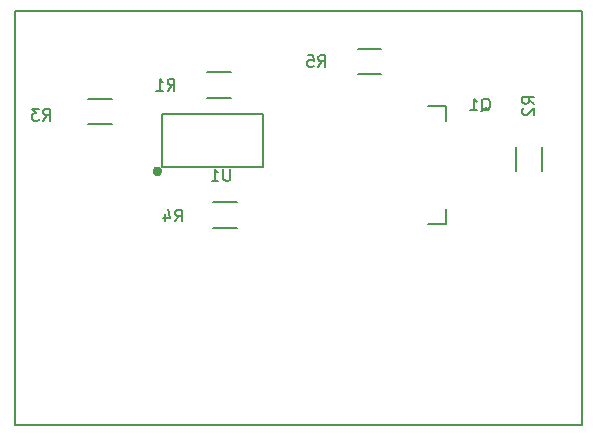
<source format=gbr>
G04 #@! TF.FileFunction,Legend,Bot*
%FSLAX46Y46*%
G04 Gerber Fmt 4.6, Leading zero omitted, Abs format (unit mm)*
G04 Created by KiCad (PCBNEW 4.0.6) date 05/13/17 18:14:43*
%MOMM*%
%LPD*%
G01*
G04 APERTURE LIST*
%ADD10C,0.100000*%
%ADD11C,0.150000*%
%ADD12C,0.300000*%
G04 APERTURE END LIST*
D10*
D11*
X115000000Y-104000000D02*
X115000000Y-139000000D01*
X67000000Y-104000000D02*
X115000000Y-104000000D01*
X67000000Y-139000000D02*
X67000000Y-104000000D01*
X67250000Y-139000000D02*
X115000000Y-139000000D01*
X67000000Y-139000000D02*
X67250000Y-139000000D01*
X98000000Y-107175000D02*
X96000000Y-107175000D01*
X96000000Y-109325000D02*
X98000000Y-109325000D01*
X85250000Y-109175000D02*
X83250000Y-109175000D01*
X83250000Y-111325000D02*
X85250000Y-111325000D01*
X111575000Y-117500000D02*
X111575000Y-115500000D01*
X109425000Y-115500000D02*
X109425000Y-117500000D01*
X85750000Y-120175000D02*
X83750000Y-120175000D01*
X83750000Y-122325000D02*
X85750000Y-122325000D01*
X73200000Y-113575000D02*
X75200000Y-113575000D01*
X75200000Y-111425000D02*
X73200000Y-111425000D01*
X103500000Y-122000000D02*
X103500000Y-120750000D01*
X103500000Y-122000000D02*
X102000000Y-122000000D01*
X103500000Y-112000000D02*
X102000000Y-112000000D01*
X103500000Y-112000000D02*
X103500000Y-113250000D01*
X87950000Y-117150000D02*
X87950000Y-112650000D01*
X79450000Y-117150000D02*
X79450000Y-112650000D01*
X79450000Y-112650000D02*
X87950000Y-112650000D01*
X79450000Y-117150000D02*
X87950000Y-117150000D01*
D12*
X79300000Y-117550000D02*
G75*
G03X79300000Y-117550000I-250000J0D01*
G01*
D11*
X92666666Y-108702381D02*
X93000000Y-108226190D01*
X93238095Y-108702381D02*
X93238095Y-107702381D01*
X92857142Y-107702381D01*
X92761904Y-107750000D01*
X92714285Y-107797619D01*
X92666666Y-107892857D01*
X92666666Y-108035714D01*
X92714285Y-108130952D01*
X92761904Y-108178571D01*
X92857142Y-108226190D01*
X93238095Y-108226190D01*
X91761904Y-107702381D02*
X92238095Y-107702381D01*
X92285714Y-108178571D01*
X92238095Y-108130952D01*
X92142857Y-108083333D01*
X91904761Y-108083333D01*
X91809523Y-108130952D01*
X91761904Y-108178571D01*
X91714285Y-108273810D01*
X91714285Y-108511905D01*
X91761904Y-108607143D01*
X91809523Y-108654762D01*
X91904761Y-108702381D01*
X92142857Y-108702381D01*
X92238095Y-108654762D01*
X92285714Y-108607143D01*
X79916666Y-110702381D02*
X80250000Y-110226190D01*
X80488095Y-110702381D02*
X80488095Y-109702381D01*
X80107142Y-109702381D01*
X80011904Y-109750000D01*
X79964285Y-109797619D01*
X79916666Y-109892857D01*
X79916666Y-110035714D01*
X79964285Y-110130952D01*
X80011904Y-110178571D01*
X80107142Y-110226190D01*
X80488095Y-110226190D01*
X78964285Y-110702381D02*
X79535714Y-110702381D01*
X79250000Y-110702381D02*
X79250000Y-109702381D01*
X79345238Y-109845238D01*
X79440476Y-109940476D01*
X79535714Y-109988095D01*
X110952381Y-111833334D02*
X110476190Y-111500000D01*
X110952381Y-111261905D02*
X109952381Y-111261905D01*
X109952381Y-111642858D01*
X110000000Y-111738096D01*
X110047619Y-111785715D01*
X110142857Y-111833334D01*
X110285714Y-111833334D01*
X110380952Y-111785715D01*
X110428571Y-111738096D01*
X110476190Y-111642858D01*
X110476190Y-111261905D01*
X110047619Y-112214286D02*
X110000000Y-112261905D01*
X109952381Y-112357143D01*
X109952381Y-112595239D01*
X110000000Y-112690477D01*
X110047619Y-112738096D01*
X110142857Y-112785715D01*
X110238095Y-112785715D01*
X110380952Y-112738096D01*
X110952381Y-112166667D01*
X110952381Y-112785715D01*
X80536666Y-121792381D02*
X80870000Y-121316190D01*
X81108095Y-121792381D02*
X81108095Y-120792381D01*
X80727142Y-120792381D01*
X80631904Y-120840000D01*
X80584285Y-120887619D01*
X80536666Y-120982857D01*
X80536666Y-121125714D01*
X80584285Y-121220952D01*
X80631904Y-121268571D01*
X80727142Y-121316190D01*
X81108095Y-121316190D01*
X79679523Y-121125714D02*
X79679523Y-121792381D01*
X79917619Y-120744762D02*
X80155714Y-121459048D01*
X79536666Y-121459048D01*
X69366666Y-113252381D02*
X69700000Y-112776190D01*
X69938095Y-113252381D02*
X69938095Y-112252381D01*
X69557142Y-112252381D01*
X69461904Y-112300000D01*
X69414285Y-112347619D01*
X69366666Y-112442857D01*
X69366666Y-112585714D01*
X69414285Y-112680952D01*
X69461904Y-112728571D01*
X69557142Y-112776190D01*
X69938095Y-112776190D01*
X69033333Y-112252381D02*
X68414285Y-112252381D01*
X68747619Y-112633333D01*
X68604761Y-112633333D01*
X68509523Y-112680952D01*
X68461904Y-112728571D01*
X68414285Y-112823810D01*
X68414285Y-113061905D01*
X68461904Y-113157143D01*
X68509523Y-113204762D01*
X68604761Y-113252381D01*
X68890476Y-113252381D01*
X68985714Y-113204762D01*
X69033333Y-113157143D01*
X106455238Y-112477619D02*
X106550476Y-112430000D01*
X106645714Y-112334762D01*
X106788571Y-112191905D01*
X106883810Y-112144286D01*
X106979048Y-112144286D01*
X106931429Y-112382381D02*
X107026667Y-112334762D01*
X107121905Y-112239524D01*
X107169524Y-112049048D01*
X107169524Y-111715714D01*
X107121905Y-111525238D01*
X107026667Y-111430000D01*
X106931429Y-111382381D01*
X106740952Y-111382381D01*
X106645714Y-111430000D01*
X106550476Y-111525238D01*
X106502857Y-111715714D01*
X106502857Y-112049048D01*
X106550476Y-112239524D01*
X106645714Y-112334762D01*
X106740952Y-112382381D01*
X106931429Y-112382381D01*
X105550476Y-112382381D02*
X106121905Y-112382381D01*
X105836191Y-112382381D02*
X105836191Y-111382381D01*
X105931429Y-111525238D01*
X106026667Y-111620476D01*
X106121905Y-111668095D01*
X85211905Y-117352381D02*
X85211905Y-118161905D01*
X85164286Y-118257143D01*
X85116667Y-118304762D01*
X85021429Y-118352381D01*
X84830952Y-118352381D01*
X84735714Y-118304762D01*
X84688095Y-118257143D01*
X84640476Y-118161905D01*
X84640476Y-117352381D01*
X83640476Y-118352381D02*
X84211905Y-118352381D01*
X83926191Y-118352381D02*
X83926191Y-117352381D01*
X84021429Y-117495238D01*
X84116667Y-117590476D01*
X84211905Y-117638095D01*
M02*

</source>
